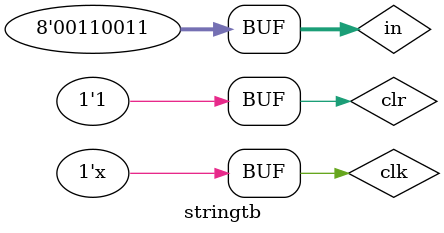
<source format=v>
`timescale 1ns / 1ps


module stringtb;

	// Inputs
	reg clk;
	reg clr;
	reg [7:0] in;

	// Outputs
	wire out;

	// Instantiate the Unit Under Test (UUT)
	string uut (
		.clk(clk), 
		.clr(clr), 
		.in(in), 
		.out(out)
	);

	initial begin
		// Initialize Inputs
		clk = 0;
		clr = 0;
		in = 0;

		// Wait 100 ns for global reset to finish
		#0 in = "1";
		#10 in = "+";
		#10 in = "2";
		#10 in = "*";
		#10 in = "3";
		#40 in = "1";
		#10 in = "*";
		#10 clr= 1;
			 in = "2";
		#10 in = "+";
		#10 in = "3";
				
	end
	always #5 clk = ~clk;
      
endmodule


</source>
